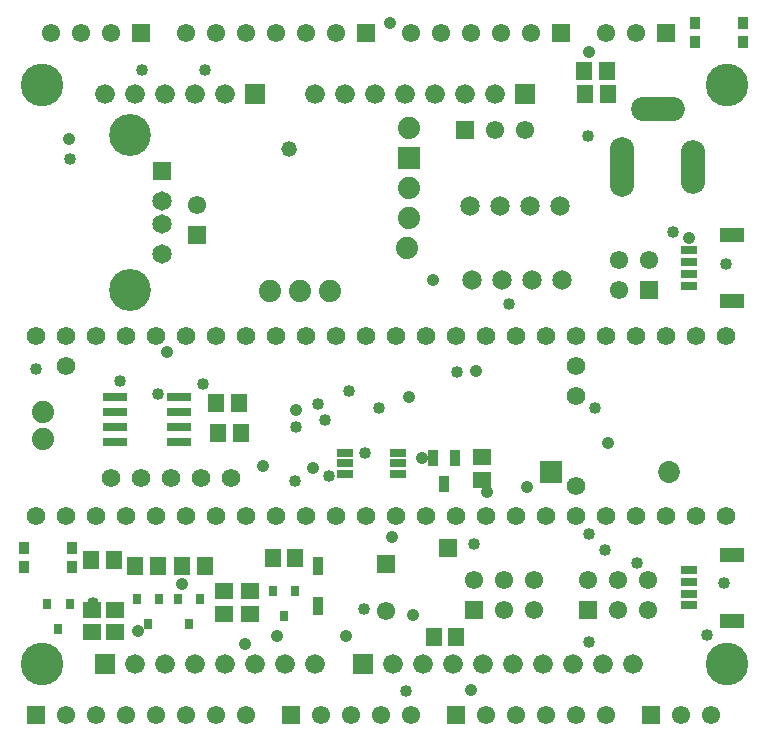
<source format=gts>
G04 DipTrace 3.3.1.3*
G04 T4LSSArduinoShield.gts*
%MOIN*%
G04 #@! TF.FileFunction,Soldermask,Top*
G04 #@! TF.Part,Single*
%ADD15C,0.04*%
%ADD35C,0.074*%
%ADD37R,0.031496X0.035433*%
%ADD42C,0.06194*%
%ADD43C,0.074*%
%ADD47C,0.065199*%
%ADD48R,0.074X0.074*%
%ADD69C,0.142*%
%ADD71C,0.052*%
%ADD73C,0.042*%
%ADD75R,0.037433X0.04137*%
%ADD77O,0.179165X0.08074*%
%ADD79O,0.08074X0.179165*%
%ADD81O,0.08074X0.19885*%
%ADD83R,0.072866X0.072866*%
%ADD85C,0.072866*%
%ADD87R,0.035465X0.053181*%
%ADD89R,0.033496X0.064992*%
%ADD95R,0.05515X0.025622*%
%ADD97R,0.08074X0.049244*%
%ADD99R,0.052X0.027*%
%ADD105R,0.08074X0.025622*%
%ADD109R,0.061055X0.053181*%
%ADD115C,0.06578*%
%ADD117R,0.06578X0.06578*%
%ADD119C,0.139795*%
%ADD121C,0.064992*%
%ADD123R,0.064992X0.064992*%
%ADD125C,0.061055*%
%ADD127R,0.061055X0.061055*%
%ADD129R,0.053181X0.061055*%
%FSLAX26Y26*%
G04*
G70*
G90*
G75*
G01*
G04 TopMask*
%LPD*%
D73*
X931700Y1728700D3*
X1525700Y781700D3*
X1295700D3*
X1206700Y931102D3*
X1815700Y1967700D3*
X1736700Y1580700D3*
X1249700Y1348700D3*
X833700Y800700D3*
X1751700Y851700D3*
X2129700Y1279700D3*
X1958700Y1664700D3*
X1190700Y754700D3*
X1942700Y603700D3*
X1358700Y1534700D3*
X2669700Y2108700D3*
X2398700Y1426700D3*
X1672700Y2824700D3*
X2335700Y2728700D3*
X604700Y2440700D3*
D71*
X1337700Y2405700D3*
D73*
X1780165Y1376700D3*
D3*
X1680700Y1113700D3*
X1416700Y1343700D3*
X980700Y956700D3*
X1997700Y1262700D3*
D69*
X2795275Y688976D3*
X511810D3*
Y2618109D3*
X2795275D3*
D15*
X845700Y2668700D3*
X1056834Y2668869D3*
X1897700Y1661700D3*
X2391700Y1068700D3*
X1952700Y1089700D3*
X2333700Y2447700D3*
X774700Y1632700D3*
X493700Y1671188D3*
X682700Y893700D3*
X898700Y1587700D3*
X2336700Y761700D3*
Y1121700D3*
X2068700Y1890700D3*
X1586700Y872700D3*
X1727700Y597700D3*
X1456700Y1501700D3*
X1434700Y1554700D3*
X2357700Y1542700D3*
X2617700Y2128700D3*
X1536700Y1600700D3*
X605700Y2373700D3*
X1468700Y1315700D3*
X1591700Y1393700D3*
X1636672Y1542523D3*
X1050672Y1622511D3*
X2793700Y2023767D3*
X1361700Y1479700D3*
X1356700Y1297700D3*
X2495700Y1026700D3*
X2729700Y786700D3*
X2785590Y960665D3*
D129*
X1168700Y1557700D3*
X1093897D3*
X1175700Y1457700D3*
X1100897D3*
D127*
X1593700Y2793700D3*
D125*
X1493700D3*
X1393700D3*
X1293700D3*
X1193700D3*
X1093700D3*
X993700D3*
D127*
X843700D3*
D125*
X743700D3*
X643700D3*
X543700D3*
D127*
X493700Y518700D3*
D125*
X593700D3*
X693700D3*
X793700D3*
X893700D3*
X993700D3*
X1093700D3*
X1193700D3*
D127*
X1343700D3*
D125*
X1443700D3*
X1543700D3*
X1643700D3*
X1743700D3*
D127*
X1922830Y2468700D3*
D125*
X2022830D3*
X2122830D3*
D123*
X911747Y2331495D3*
D121*
Y2233070D3*
Y2154330D3*
Y2055905D3*
D119*
X805054Y2452361D3*
Y1935039D3*
D117*
X1222834Y2588976D3*
D115*
X1122834D3*
X1022834D3*
X922834D3*
X822834D3*
X722834D3*
D117*
X2122834D3*
D115*
X2022834D3*
X1922834D3*
X1822834D3*
X1722834D3*
X1622834D3*
X1522834D3*
X1422834D3*
D117*
X722834Y688976D3*
D115*
X822834D3*
X922834D3*
X1022834D3*
X1122834D3*
X1222834D3*
X1322834D3*
X1422834D3*
D117*
X1582834D3*
D115*
X1682834D3*
X1782834D3*
X1882834D3*
X1982834D3*
X2082834D3*
X2182834D3*
X2282834D3*
X2382834D3*
X2482834D3*
D127*
X1893700Y518700D3*
D125*
X1993700D3*
X2093700D3*
X2193700D3*
X2293700D3*
X2393700D3*
D127*
X2543700D3*
D125*
X2643700D3*
X2743700D3*
D127*
X2243700Y2793700D3*
D125*
X2143700D3*
X2043700D3*
X1943700D3*
X1843700D3*
X1743700D3*
D127*
X1031700Y2118700D3*
D125*
Y2218700D3*
D35*
X1272700Y1931700D3*
X1372700D3*
X1472700D3*
D37*
X1041700Y906070D3*
X966897D3*
X1004298Y823393D3*
X605700Y887700D3*
X530897D3*
X568298Y805023D3*
X903700Y906070D3*
X828897D3*
X866298Y823393D3*
X1357700Y933070D3*
X1282897D3*
X1320298Y850393D3*
D129*
X2399700Y2587700D3*
X2324897D3*
X2320700Y2665700D3*
X2395503D3*
X1357700Y1042700D3*
X1282897D3*
X980897Y1016700D3*
X1055700D3*
D109*
X1119700Y856298D3*
Y931102D3*
X1206700Y856298D3*
Y931102D3*
D129*
X898700Y1016700D3*
X823897D3*
X678298Y1036700D3*
X753102D3*
D109*
X680700Y794298D3*
Y869102D3*
X755700Y794298D3*
Y869102D3*
D105*
X968700Y1430700D3*
Y1480700D3*
Y1530700D3*
Y1580700D3*
X756102D3*
Y1530700D3*
Y1480700D3*
Y1430700D3*
D42*
X493700Y1183700D3*
X593700D3*
X693700D3*
X793700D3*
X893700D3*
X993700D3*
X1093700D3*
X1193700D3*
X1293700D3*
X1393700D3*
X1493700D3*
X1593700D3*
X1693700D3*
X1793700D3*
X2293700Y1283700D3*
X593700Y1683700D3*
D43*
X515700Y1528700D3*
Y1438700D3*
D42*
X2093700Y1783700D3*
X1793700D3*
X1693700D3*
X1593700D3*
X1493700D3*
X1393700D3*
X1293700D3*
X1193700D3*
X1093700D3*
X993700D3*
X893700D3*
X793700D3*
X693700D3*
X593700D3*
X493700D3*
X2293700Y1683700D3*
X743700Y1308700D3*
X843700D3*
X943700D3*
X2393700Y1183700D3*
X2493700D3*
X2293700D3*
X2193700D3*
X2093700D3*
X1993700D3*
X2593700D3*
X2693700D3*
X2793700D3*
Y1783700D3*
X1893700Y1183700D3*
X2693700Y1783700D3*
X1893700D3*
X2593700D3*
X2393700D3*
X2293700D3*
X2193700D3*
X2493700D3*
X1993700D3*
X2293700Y1583700D3*
X1043700Y1308700D3*
X1143700D3*
D99*
X1522700Y1323700D3*
Y1358700D3*
Y1393700D3*
X1700700Y1323700D3*
Y1358700D3*
Y1393700D3*
D127*
X1953700Y868700D3*
D125*
Y968700D3*
X2053700Y868700D3*
Y968700D3*
X2153700Y868700D3*
Y968700D3*
D127*
X2333700Y868700D3*
D125*
Y968700D3*
X2433700Y868700D3*
Y968700D3*
X2533700Y868700D3*
Y968700D3*
D127*
X2593700Y2793700D3*
D125*
X2493700D3*
X2393700D3*
D97*
X2813385Y1898464D3*
Y2118936D3*
D95*
X2668700Y1949645D3*
Y1989015D3*
Y2028385D3*
Y2067755D3*
D97*
X2813385Y833464D3*
Y1053936D3*
D95*
X2668700Y884645D3*
Y924015D3*
Y963385D3*
Y1002755D3*
D47*
X2239700Y2214700D3*
X2139700D3*
X2039700D3*
X1939700D3*
X2247700Y1967700D3*
X2147700D3*
X2047700D3*
X1947700D3*
D35*
X1736700Y2474700D3*
D48*
Y2374700D3*
D35*
Y2274700D3*
Y2174700D3*
X1731700Y2074700D3*
D127*
X2535700Y1935700D3*
D125*
X2435700D3*
X2535700Y2035700D3*
X2435700D3*
D127*
X1658700Y1022440D3*
D125*
Y864960D3*
D129*
X1819897Y777700D3*
X1894700D3*
D89*
X1432700Y881771D3*
Y1015629D3*
D127*
X1867700Y1075700D3*
D87*
X1891700Y1376700D3*
X1816897D3*
X1854298Y1290086D3*
D109*
X1981700Y1378700D3*
Y1303897D3*
D85*
X2603700Y1327700D3*
D83*
X2210787D3*
D81*
X2447700Y2346700D3*
D79*
X2683920D3*
D77*
X2565810Y2539613D3*
D75*
X2688700Y2761700D3*
X2850117D3*
Y2824692D3*
X2688700D3*
X452991Y1012204D3*
X614409D3*
Y1075196D3*
X452991D3*
M02*

</source>
